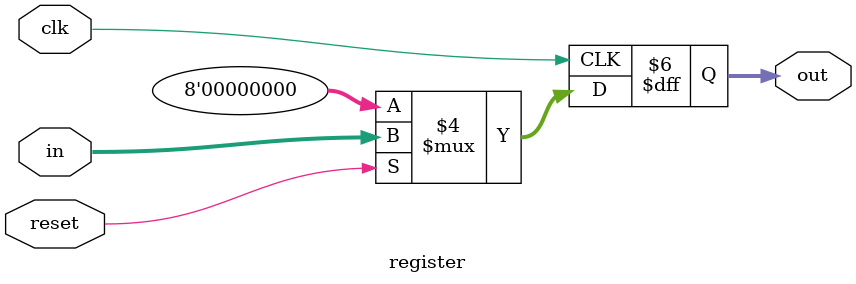
<source format=sv>
module register #(parameter N=8) (
  input logic clk,      
  input logic reset,    
  input logic [N-1:0] in, 
  output logic [N-1:0] out   
);

 always_ff @(posedge clk) begin // sync reset
    if (reset == 1'b0)
      out <= '0;
    else
      out <= in;
 end

endmodule

</source>
